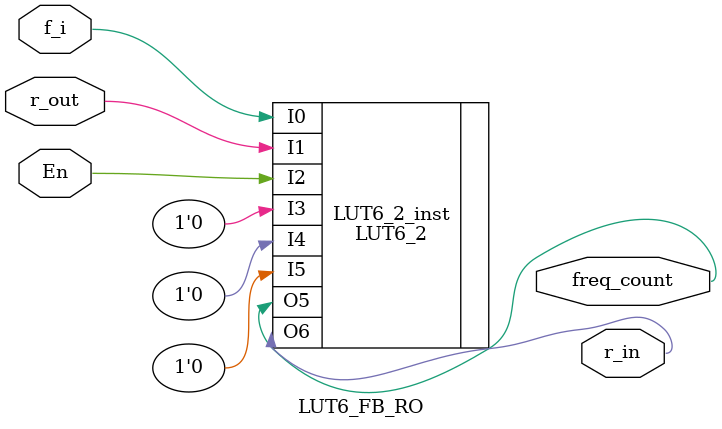
<source format=v>
`timescale 1ns / 1ps


module LUT6_FB_RO(
    (*DONT_TOUCH= "true"*) input En,
    (*DONT_TOUCH= "true"*) input r_out,
    (*DONT_TOUCH= "true"*) input f_i,
    (*DONT_TOUCH= "true"*) output r_in,
    (*DONT_TOUCH= "true"*) output freq_count
    );
// LUT6_2: 6-input, 2 output Look-Up Table
// 7 Series
// Xilinx HDL Libraries Guide, version 14.7
//(* LOCK_PINS="I0:A1, I1:A2, I2:A3, I3:A4, I4:A5, I5:A6" *)
LUT6_2 #(
.INIT(64'hCACACACACACACACA)
) LUT6_2_inst (
.O6(r_in), // 1-bit LUT6 output
.O5(freq_count), // 1-bit lower LUT5 output
.I0(f_i), // 1-bit LUT input
.I1(r_out), // 1-bit LUT input
.I2(En), // 1-bit LUT input
.I3(1'b0), // 1-bit LUT input
.I4(1'b0), // 1-bit LUT input
.I5(1'b0) // 1-bit LUT input (fast MUX select only available to O6 output)
);
endmodule
</source>
